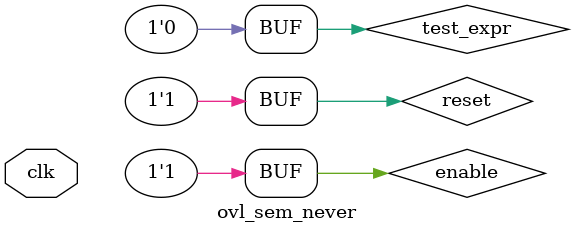
<source format=sv>
module ovl_sem_never(input logic clk);
  logic reset = 1'b1;
  logic enable = 1'b1;
`ifdef FAIL
  logic test_expr = 1'b1;
`else
  logic test_expr = 1'b0;
`endif
  ovl_never dut (
      .clock(clk), .reset(reset), .enable(enable), .test_expr(test_expr), .fire());
endmodule

</source>
